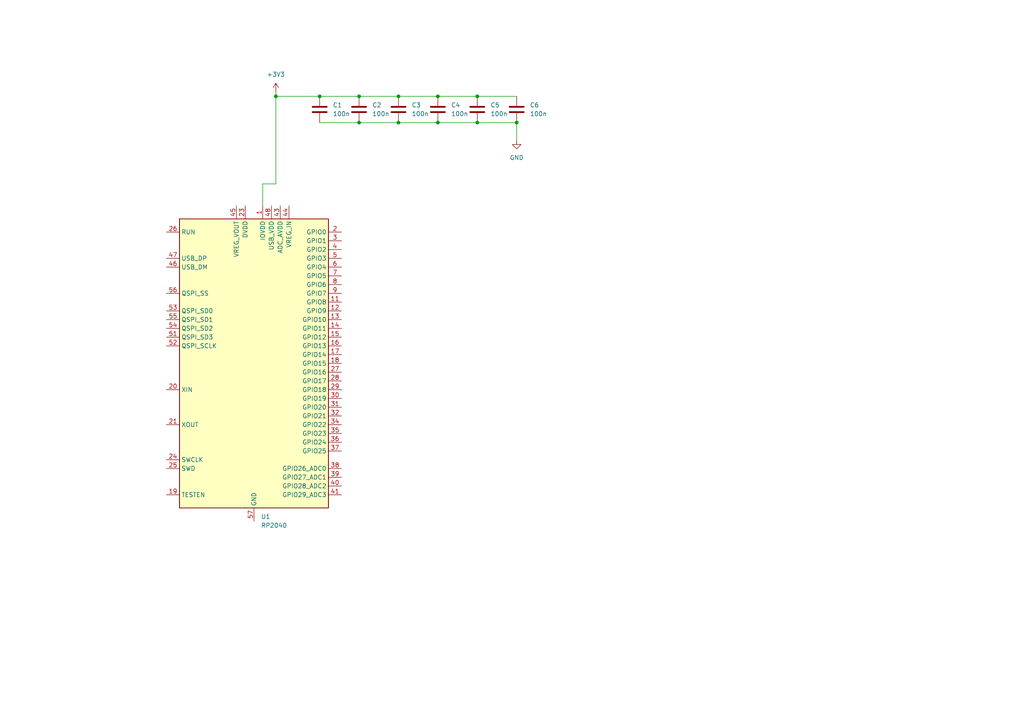
<source format=kicad_sch>
(kicad_sch (version 20211123) (generator eeschema)
  (paper "A4")
  (lib_symbols
    (symbol "Device:C" (pin_numbers hide) (pin_names (offset 0.254))
      (property "Reference" "C" (at 0.635 2.54 0))
      (property "Value" "C" (at 0.635 -2.54 0))
      (symbol "C_0_1"
        (polyline (pts (xy -2.032 -0.762) (xy 2.032 -0.762)) (stroke (width 0.508)))
        (polyline (pts (xy -2.032 0.762) (xy 2.032 0.762)) (stroke (width 0.508)))
      )
      (symbol "C_1_1"
        (pin passive line (at 0 3.81 270) (length 2.794) (name "~") (number "1"))
        (pin passive line (at 0 -3.81 90) (length 2.794) (name "~") (number "2"))
      )
    )
    (symbol "MCU_RaspberryPi:RP2040"
      (property "Reference" "U" (at 17.78 45.72 0))
      (property "Value" "RP2040" (at 17.78 43.18 0))
      (symbol "RP2040_0_1"
        (rectangle (start -21.59 41.91) (end 21.59 -41.91) (stroke (width 0.254)) (fill (type background)))
      )
      (symbol "RP2040_1_1"
        (pin power_in line (at 2.54 45.72 270) (length 3.81) (name "IOVDD") (number "1"))
        (pin passive line (at 2.54 45.72 270) (length 3.81) hide (name "IOVDD") (number "10"))
        (pin bidirectional line (at 25.4 17.78 180) (length 3.81) (name "GPIO8") (number "11"))
        (pin bidirectional line (at 25.4 15.24 180) (length 3.81) (name "GPIO9") (number "12"))
        (pin bidirectional line (at 25.4 12.7 180) (length 3.81) (name "GPIO10") (number "13"))
        (pin bidirectional line (at 25.4 10.16 180) (length 3.81) (name "GPIO11") (number "14"))
        (pin bidirectional line (at 25.4 7.62 180) (length 3.81) (name "GPIO12") (number "15"))
        (pin bidirectional line (at 25.4 5.08 180) (length 3.81) (name "GPIO13") (number "16"))
        (pin bidirectional line (at 25.4 2.54 180) (length 3.81) (name "GPIO14") (number "17"))
        (pin bidirectional line (at 25.4 0 180) (length 3.81) (name "GPIO15") (number "18"))
        (pin input line (at -25.4 -38.1 0) (length 3.81) (name "TESTEN") (number "19"))
        (pin bidirectional line (at 25.4 38.1 180) (length 3.81) (name "GPIO0") (number "2"))
        (pin input line (at -25.4 -7.62 0) (length 3.81) (name "XIN") (number "20"))
        (pin passive line (at -25.4 -17.78 0) (length 3.81) (name "XOUT") (number "21"))
        (pin passive line (at 2.54 45.72 270) (length 3.81) hide (name "IOVDD") (number "22"))
        (pin power_in line (at -2.54 45.72 270) (length 3.81) (name "DVDD") (number "23"))
        (pin output line (at -25.4 -27.94 0) (length 3.81) (name "SWCLK") (number "24"))
        (pin bidirectional line (at -25.4 -30.48 0) (length 3.81) (name "SWD") (number "25"))
        (pin input line (at -25.4 38.1 0) (length 3.81) (name "RUN") (number "26"))
        (pin bidirectional line (at 25.4 -2.54 180) (length 3.81) (name "GPIO16") (number "27"))
        (pin bidirectional line (at 25.4 -5.08 180) (length 3.81) (name "GPIO17") (number "28"))
        (pin bidirectional line (at 25.4 -7.62 180) (length 3.81) (name "GPIO18") (number "29"))
        (pin bidirectional line (at 25.4 35.56 180) (length 3.81) (name "GPIO1") (number "3"))
        (pin bidirectional line (at 25.4 -10.16 180) (length 3.81) (name "GPIO19") (number "30"))
        (pin bidirectional line (at 25.4 -12.7 180) (length 3.81) (name "GPIO20") (number "31"))
        (pin bidirectional line (at 25.4 -15.24 180) (length 3.81) (name "GPIO21") (number "32"))
        (pin passive line (at 2.54 45.72 270) (length 3.81) hide (name "IOVDD") (number "33"))
        (pin bidirectional line (at 25.4 -17.78 180) (length 3.81) (name "GPIO22") (number "34"))
        (pin bidirectional line (at 25.4 -20.32 180) (length 3.81) (name "GPIO23") (number "35"))
        (pin bidirectional line (at 25.4 -22.86 180) (length 3.81) (name "GPIO24") (number "36"))
        (pin bidirectional line (at 25.4 -25.4 180) (length 3.81) (name "GPIO25") (number "37"))
        (pin bidirectional line (at 25.4 -30.48 180) (length 3.81) (name "GPIO26_ADC0") (number "38"))
        (pin bidirectional line (at 25.4 -33.02 180) (length 3.81) (name "GPIO27_ADC1") (number "39"))
        (pin bidirectional line (at 25.4 33.02 180) (length 3.81) (name "GPIO2") (number "4"))
        (pin bidirectional line (at 25.4 -35.56 180) (length 3.81) (name "GPIO28_ADC2") (number "40"))
        (pin bidirectional line (at 25.4 -38.1 180) (length 3.81) (name "GPIO29_ADC3") (number "41"))
        (pin passive line (at 2.54 45.72 270) (length 3.81) hide (name "IOVDD") (number "42"))
        (pin power_in line (at 7.62 45.72 270) (length 3.81) (name "ADC_AVDD") (number "43"))
        (pin power_in line (at 10.16 45.72 270) (length 3.81) (name "VREG_IN") (number "44"))
        (pin power_out line (at -5.08 45.72 270) (length 3.81) (name "VREG_VOUT") (number "45"))
        (pin bidirectional line (at -25.4 27.94 0) (length 3.81) (name "USB_DM") (number "46"))
        (pin bidirectional line (at -25.4 30.48 0) (length 3.81) (name "USB_DP") (number "47"))
        (pin power_in line (at 5.08 45.72 270) (length 3.81) (name "USB_VDD") (number "48"))
        (pin passive line (at 2.54 45.72 270) (length 3.81) hide (name "IOVDD") (number "49"))
        (pin bidirectional line (at 25.4 30.48 180) (length 3.81) (name "GPIO3") (number "5"))
        (pin passive line (at -2.54 45.72 270) (length 3.81) hide (name "DVDD") (number "50"))
        (pin bidirectional line (at -25.4 7.62 0) (length 3.81) (name "QSPI_SD3") (number "51"))
        (pin output line (at -25.4 5.08 0) (length 3.81) (name "QSPI_SCLK") (number "52"))
        (pin bidirectional line (at -25.4 15.24 0) (length 3.81) (name "QSPI_SD0") (number "53"))
        (pin bidirectional line (at -25.4 10.16 0) (length 3.81) (name "QSPI_SD2") (number "54"))
        (pin bidirectional line (at -25.4 12.7 0) (length 3.81) (name "QSPI_SD1") (number "55"))
        (pin bidirectional line (at -25.4 20.32 0) (length 3.81) (name "QSPI_SS") (number "56"))
        (pin power_in line (at 0 -45.72 90) (length 3.81) (name "GND") (number "57"))
        (pin bidirectional line (at 25.4 27.94 180) (length 3.81) (name "GPIO4") (number "6"))
        (pin bidirectional line (at 25.4 25.4 180) (length 3.81) (name "GPIO5") (number "7"))
        (pin bidirectional line (at 25.4 22.86 180) (length 3.81) (name "GPIO6") (number "8"))
        (pin bidirectional line (at 25.4 20.32 180) (length 3.81) (name "GPIO7") (number "9"))
      )
    )
    (symbol "power:+3V3" (power) (pin_names (offset 0))
      (property "Value" "+3V3" (at 0 3.556 0))
      (symbol "+3V3_0_1"
        (polyline (pts (xy -0.762 1.27) (xy 0 2.54)))
        (polyline (pts (xy 0 0) (xy 0 2.54)))
        (polyline (pts (xy 0 2.54) (xy 0.762 1.27)))
      )
      (symbol "+3V3_1_1"
        (pin power_in line (at 0 0 90) (length 0) hide (name "+3V3") (number "1"))
      )
    )
    (symbol "power:GND" (power) (pin_names (offset 0))
      (property "Value" "GND" (at 0 -3.81 0))
      (symbol "GND_0_1"
        (polyline (pts (xy 0 0) (xy 0 -1.27) (xy 1.27 -1.27) (xy 0 -2.54) (xy -1.27 -1.27) (xy 0 -1.27)))
      )
      (symbol "GND_1_1"
        (pin power_in line (at 0 0 270) (length 0) hide (name "GND") (number "1"))
      )
    )
  )
  (junction (at 149.86 35.56))
  (junction (at 138.43 27.94))
  (junction (at 138.43 35.56))
  (junction (at 104.14 27.94))
  (junction (at 104.14 35.56))
  (junction (at 127 27.94))
  (junction (at 92.71 27.94))
  (junction (at 127 35.56))
  (junction (at 115.57 35.56))
  (junction (at 80.01 27.94))
  (junction (at 115.57 27.94))
  (wire (pts (xy 104.14 35.56) (xy 115.57 35.56)))
  (wire (pts (xy 127 27.94) (xy 138.43 27.94)))
  (wire (pts (xy 80.01 53.34) (xy 76.2 53.34)))
  (wire (pts (xy 115.57 35.56) (xy 127 35.56)))
  (wire (pts (xy 104.14 27.94) (xy 115.57 27.94)))
  (wire (pts (xy 149.86 35.56) (xy 149.86 40.64)))
  (wire (pts (xy 138.43 35.56) (xy 149.86 35.56)))
  (wire (pts (xy 80.01 27.94) (xy 80.01 53.34)))
  (wire (pts (xy 76.2 53.34) (xy 76.2 59.69)))
  (wire (pts (xy 92.71 27.94) (xy 80.01 27.94)))
  (wire (pts (xy 80.01 27.94) (xy 80.01 26.67)))
  (wire (pts (xy 115.57 27.94) (xy 127 27.94)))
  (wire (pts (xy 92.71 27.94) (xy 104.14 27.94)))
  (wire (pts (xy 138.43 27.94) (xy 149.86 27.94)))
  (wire (pts (xy 127 35.56) (xy 138.43 35.56)))
  (wire (pts (xy 92.71 35.56) (xy 104.14 35.56)))
  (symbol (lib_id "Device:C") (at 138.43 31.75 0) (unit 1)
    (property "Reference" "C5" (at 142.24 30.4799 0) (effects (justify left)))
    (property "Value" "100n" (at 142.24 33.0199 0) (effects (justify left)))
    (property "Footprint" "Capacitor_SMD:C_0201_0603Metric" (effects hide))
  )
  (symbol (lib_id "Device:C") (at 149.86 31.75 0) (unit 1)
    (property "Reference" "C6" (at 153.67 30.4799 0) (effects (justify left)))
    (property "Value" "100n" (at 153.67 33.0199 0) (effects (justify left)))
    (property "Footprint" "Capacitor_SMD:C_0201_0603Metric" (effects hide))
  )
  (symbol (lib_id "MCU_RaspberryPi:RP2040") (at 73.66 105.41 0) (unit 1)
    (property "Reference" "U1" (at 75.6794 149.86 0) (effects (justify left)))
    (property "Value" "RP2040" (at 75.6794 152.4 0) (effects (justify left)))
    (property "Footprint" "Package_DFN_QFN:QFN-56-1EP_7x7mm_P0.4mm_EP3.2x3.2mm" (effects hide))
    (property "Datasheet" "https://datasheets.raspberrypi.com/rp2040/rp2040-datasheet.pdf" (effects hide))
  )
  (symbol (lib_id "Device:C") (at 127 31.75 0) (unit 1)
    (property "Reference" "C4" (at 130.81 30.4799 0) (effects (justify left)))
    (property "Value" "100n" (at 130.81 33.0199 0) (effects (justify left)))
    (property "Footprint" "Capacitor_SMD:C_0201_0603Metric" (effects hide))
  )
  (symbol (lib_id "power:GND") (at 149.86 40.64 0) (unit 1)
    (property "Reference" "#PWR0101" (effects hide))
    (property "Value" "GND" (at 149.86 45.72 0))
  )
  (symbol (lib_id "Device:C") (at 104.14 31.75 0) (unit 1)
    (property "Reference" "C2" (at 107.95 30.4799 0) (effects (justify left)))
    (property "Value" "100n" (at 107.95 33.0199 0) (effects (justify left)))
    (property "Footprint" "Capacitor_SMD:C_0201_0603Metric" (effects hide))
  )
  (symbol (lib_id "Device:C") (at 92.71 31.75 0) (unit 1)
    (property "Reference" "C1" (at 96.52 30.4799 0) (effects (justify left)))
    (property "Value" "100n" (at 96.52 33.0199 0) (effects (justify left)))
    (property "Footprint" "Capacitor_SMD:C_0201_0603Metric" (effects hide))
  )
  (symbol (lib_id "power:+3V3") (at 80.01 26.67 0) (unit 1)
    (property "Reference" "#PWR0102" (effects hide))
    (property "Value" "+3V3" (at 80.01 21.59 0))
  )
  (symbol (lib_id "Device:C") (at 115.57 31.75 0) (unit 1)
    (property "Reference" "C3" (at 119.38 30.4799 0) (effects (justify left)))
    (property "Value" "100n" (at 119.38 33.0199 0) (effects (justify left)))
    (property "Footprint" "Capacitor_SMD:C_0201_0603Metric" (effects hide))
  )
)
</source>
